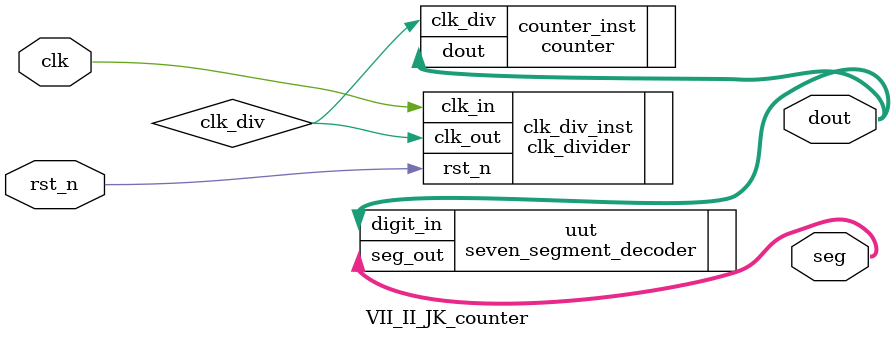
<source format=v>
module VII_II_JK_counter(
 input wire clk, // 开发板上的系统时钟
 input wire rst_n, // 复位信号（低电平有效）
 output [7:0] seg,
 output wire [3:0] dout
);

wire clk_div;
// wire [3:0] dout;

 // 实例化时钟分频器
 clk_divider clk_div_inst (
 .clk_in(clk),
 .rst_n(rst_n),
 .clk_out(clk_div)
 );
 
 // 实例化计数器
 counter counter_inst (
 .clk_div(clk_div),
 .dout(dout)
 );
 
 seven_segment_decoder uut(
.digit_in(dout),
.seg_out(seg)
 
 );
 
 
endmodule
</source>
